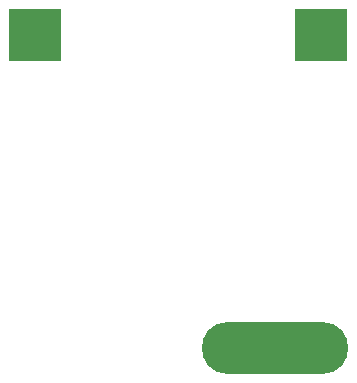
<source format=gbr>
%TF.GenerationSoftware,KiCad,Pcbnew,6.0.0*%
%TF.CreationDate,2022-01-07T19:15:52+01:00*%
%TF.ProjectId,apu-m2-holder,6170752d-6d32-42d6-986f-6c6465722e6b,rev?*%
%TF.SameCoordinates,Original*%
%TF.FileFunction,Soldermask,Bot*%
%TF.FilePolarity,Negative*%
%FSLAX46Y46*%
G04 Gerber Fmt 4.6, Leading zero omitted, Abs format (unit mm)*
G04 Created by KiCad (PCBNEW 6.0.0) date 2022-01-07 19:15:52*
%MOMM*%
%LPD*%
G01*
G04 APERTURE LIST*
%ADD10R,4.500000X4.500000*%
%ADD11O,12.400000X4.400000*%
G04 APERTURE END LIST*
D10*
%TO.C,J1*%
X127025000Y-55150000D03*
X102825000Y-55150000D03*
%TD*%
D11*
%TO.C,H1*%
X123150000Y-81600000D03*
%TD*%
M02*

</source>
